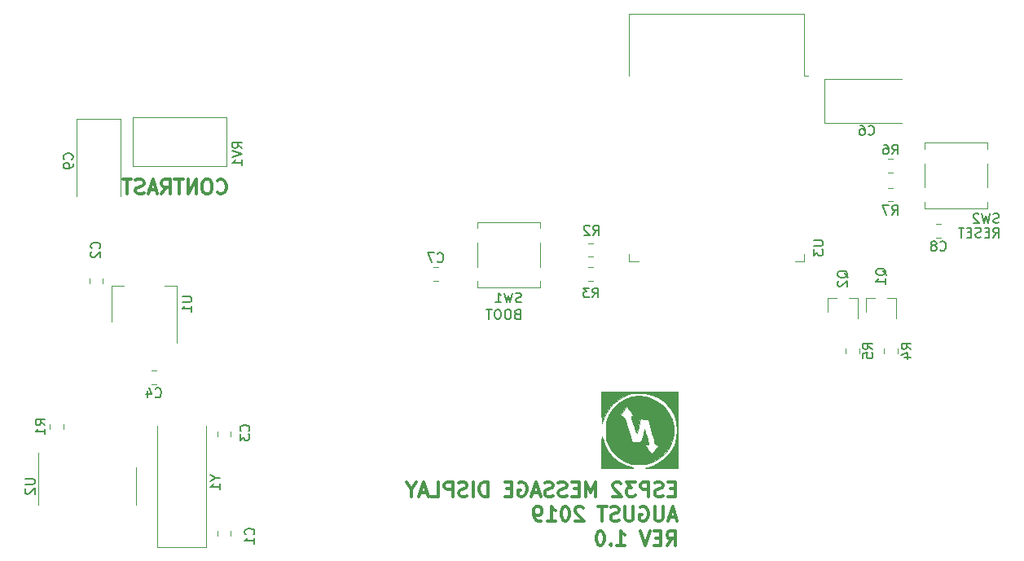
<source format=gbr>
G04 #@! TF.GenerationSoftware,KiCad,Pcbnew,5.1.2-f72e74a~84~ubuntu18.04.1*
G04 #@! TF.CreationDate,2019-08-20T01:18:15+05:30*
G04 #@! TF.ProjectId,ESP32_MESSAGE_DISPLAY,45535033-325f-44d4-9553-534147455f44,1.0*
G04 #@! TF.SameCoordinates,Original*
G04 #@! TF.FileFunction,Legend,Bot*
G04 #@! TF.FilePolarity,Positive*
%FSLAX46Y46*%
G04 Gerber Fmt 4.6, Leading zero omitted, Abs format (unit mm)*
G04 Created by KiCad (PCBNEW 5.1.2-f72e74a~84~ubuntu18.04.1) date 2019-08-20 01:18:15*
%MOMM*%
%LPD*%
G04 APERTURE LIST*
%ADD10C,0.300000*%
%ADD11C,0.150000*%
%ADD12C,0.010000*%
%ADD13C,0.120000*%
G04 APERTURE END LIST*
D10*
X112107142Y-66785714D02*
X112178571Y-66857142D01*
X112392857Y-66928571D01*
X112535714Y-66928571D01*
X112750000Y-66857142D01*
X112892857Y-66714285D01*
X112964285Y-66571428D01*
X113035714Y-66285714D01*
X113035714Y-66071428D01*
X112964285Y-65785714D01*
X112892857Y-65642857D01*
X112750000Y-65500000D01*
X112535714Y-65428571D01*
X112392857Y-65428571D01*
X112178571Y-65500000D01*
X112107142Y-65571428D01*
X111178571Y-65428571D02*
X110892857Y-65428571D01*
X110750000Y-65500000D01*
X110607142Y-65642857D01*
X110535714Y-65928571D01*
X110535714Y-66428571D01*
X110607142Y-66714285D01*
X110750000Y-66857142D01*
X110892857Y-66928571D01*
X111178571Y-66928571D01*
X111321428Y-66857142D01*
X111464285Y-66714285D01*
X111535714Y-66428571D01*
X111535714Y-65928571D01*
X111464285Y-65642857D01*
X111321428Y-65500000D01*
X111178571Y-65428571D01*
X109892857Y-66928571D02*
X109892857Y-65428571D01*
X109035714Y-66928571D01*
X109035714Y-65428571D01*
X108535714Y-65428571D02*
X107678571Y-65428571D01*
X108107142Y-66928571D02*
X108107142Y-65428571D01*
X106321428Y-66928571D02*
X106821428Y-66214285D01*
X107178571Y-66928571D02*
X107178571Y-65428571D01*
X106607142Y-65428571D01*
X106464285Y-65500000D01*
X106392857Y-65571428D01*
X106321428Y-65714285D01*
X106321428Y-65928571D01*
X106392857Y-66071428D01*
X106464285Y-66142857D01*
X106607142Y-66214285D01*
X107178571Y-66214285D01*
X105750000Y-66500000D02*
X105035714Y-66500000D01*
X105892857Y-66928571D02*
X105392857Y-65428571D01*
X104892857Y-66928571D01*
X104464285Y-66857142D02*
X104250000Y-66928571D01*
X103892857Y-66928571D01*
X103750000Y-66857142D01*
X103678571Y-66785714D01*
X103607142Y-66642857D01*
X103607142Y-66500000D01*
X103678571Y-66357142D01*
X103750000Y-66285714D01*
X103892857Y-66214285D01*
X104178571Y-66142857D01*
X104321428Y-66071428D01*
X104392857Y-66000000D01*
X104464285Y-65857142D01*
X104464285Y-65714285D01*
X104392857Y-65571428D01*
X104321428Y-65500000D01*
X104178571Y-65428571D01*
X103821428Y-65428571D01*
X103607142Y-65500000D01*
X103178571Y-65428571D02*
X102321428Y-65428571D01*
X102750000Y-66928571D02*
X102750000Y-65428571D01*
D11*
X143257142Y-79428571D02*
X143114285Y-79476190D01*
X143066666Y-79523809D01*
X143019047Y-79619047D01*
X143019047Y-79761904D01*
X143066666Y-79857142D01*
X143114285Y-79904761D01*
X143209523Y-79952380D01*
X143590476Y-79952380D01*
X143590476Y-78952380D01*
X143257142Y-78952380D01*
X143161904Y-79000000D01*
X143114285Y-79047619D01*
X143066666Y-79142857D01*
X143066666Y-79238095D01*
X143114285Y-79333333D01*
X143161904Y-79380952D01*
X143257142Y-79428571D01*
X143590476Y-79428571D01*
X142400000Y-78952380D02*
X142209523Y-78952380D01*
X142114285Y-79000000D01*
X142019047Y-79095238D01*
X141971428Y-79285714D01*
X141971428Y-79619047D01*
X142019047Y-79809523D01*
X142114285Y-79904761D01*
X142209523Y-79952380D01*
X142400000Y-79952380D01*
X142495238Y-79904761D01*
X142590476Y-79809523D01*
X142638095Y-79619047D01*
X142638095Y-79285714D01*
X142590476Y-79095238D01*
X142495238Y-79000000D01*
X142400000Y-78952380D01*
X141352380Y-78952380D02*
X141161904Y-78952380D01*
X141066666Y-79000000D01*
X140971428Y-79095238D01*
X140923809Y-79285714D01*
X140923809Y-79619047D01*
X140971428Y-79809523D01*
X141066666Y-79904761D01*
X141161904Y-79952380D01*
X141352380Y-79952380D01*
X141447619Y-79904761D01*
X141542857Y-79809523D01*
X141590476Y-79619047D01*
X141590476Y-79285714D01*
X141542857Y-79095238D01*
X141447619Y-79000000D01*
X141352380Y-78952380D01*
X140638095Y-78952380D02*
X140066666Y-78952380D01*
X140352380Y-79952380D02*
X140352380Y-78952380D01*
X192752380Y-71452380D02*
X193085714Y-70976190D01*
X193323809Y-71452380D02*
X193323809Y-70452380D01*
X192942857Y-70452380D01*
X192847619Y-70500000D01*
X192800000Y-70547619D01*
X192752380Y-70642857D01*
X192752380Y-70785714D01*
X192800000Y-70880952D01*
X192847619Y-70928571D01*
X192942857Y-70976190D01*
X193323809Y-70976190D01*
X192323809Y-70928571D02*
X191990476Y-70928571D01*
X191847619Y-71452380D02*
X192323809Y-71452380D01*
X192323809Y-70452380D01*
X191847619Y-70452380D01*
X191466666Y-71404761D02*
X191323809Y-71452380D01*
X191085714Y-71452380D01*
X190990476Y-71404761D01*
X190942857Y-71357142D01*
X190895238Y-71261904D01*
X190895238Y-71166666D01*
X190942857Y-71071428D01*
X190990476Y-71023809D01*
X191085714Y-70976190D01*
X191276190Y-70928571D01*
X191371428Y-70880952D01*
X191419047Y-70833333D01*
X191466666Y-70738095D01*
X191466666Y-70642857D01*
X191419047Y-70547619D01*
X191371428Y-70500000D01*
X191276190Y-70452380D01*
X191038095Y-70452380D01*
X190895238Y-70500000D01*
X190466666Y-70928571D02*
X190133333Y-70928571D01*
X189990476Y-71452380D02*
X190466666Y-71452380D01*
X190466666Y-70452380D01*
X189990476Y-70452380D01*
X189704761Y-70452380D02*
X189133333Y-70452380D01*
X189419047Y-71452380D02*
X189419047Y-70452380D01*
D10*
X159697857Y-97592857D02*
X159197857Y-97592857D01*
X158983571Y-98378571D02*
X159697857Y-98378571D01*
X159697857Y-96878571D01*
X158983571Y-96878571D01*
X158412142Y-98307142D02*
X158197857Y-98378571D01*
X157840714Y-98378571D01*
X157697857Y-98307142D01*
X157626428Y-98235714D01*
X157555000Y-98092857D01*
X157555000Y-97950000D01*
X157626428Y-97807142D01*
X157697857Y-97735714D01*
X157840714Y-97664285D01*
X158126428Y-97592857D01*
X158269285Y-97521428D01*
X158340714Y-97450000D01*
X158412142Y-97307142D01*
X158412142Y-97164285D01*
X158340714Y-97021428D01*
X158269285Y-96950000D01*
X158126428Y-96878571D01*
X157769285Y-96878571D01*
X157555000Y-96950000D01*
X156912142Y-98378571D02*
X156912142Y-96878571D01*
X156340714Y-96878571D01*
X156197857Y-96950000D01*
X156126428Y-97021428D01*
X156055000Y-97164285D01*
X156055000Y-97378571D01*
X156126428Y-97521428D01*
X156197857Y-97592857D01*
X156340714Y-97664285D01*
X156912142Y-97664285D01*
X155555000Y-96878571D02*
X154626428Y-96878571D01*
X155126428Y-97450000D01*
X154912142Y-97450000D01*
X154769285Y-97521428D01*
X154697857Y-97592857D01*
X154626428Y-97735714D01*
X154626428Y-98092857D01*
X154697857Y-98235714D01*
X154769285Y-98307142D01*
X154912142Y-98378571D01*
X155340714Y-98378571D01*
X155483571Y-98307142D01*
X155555000Y-98235714D01*
X154055000Y-97021428D02*
X153983571Y-96950000D01*
X153840714Y-96878571D01*
X153483571Y-96878571D01*
X153340714Y-96950000D01*
X153269285Y-97021428D01*
X153197857Y-97164285D01*
X153197857Y-97307142D01*
X153269285Y-97521428D01*
X154126428Y-98378571D01*
X153197857Y-98378571D01*
X151412142Y-98378571D02*
X151412142Y-96878571D01*
X150912142Y-97950000D01*
X150412142Y-96878571D01*
X150412142Y-98378571D01*
X149697857Y-97592857D02*
X149197857Y-97592857D01*
X148983571Y-98378571D02*
X149697857Y-98378571D01*
X149697857Y-96878571D01*
X148983571Y-96878571D01*
X148412142Y-98307142D02*
X148197857Y-98378571D01*
X147840714Y-98378571D01*
X147697857Y-98307142D01*
X147626428Y-98235714D01*
X147555000Y-98092857D01*
X147555000Y-97950000D01*
X147626428Y-97807142D01*
X147697857Y-97735714D01*
X147840714Y-97664285D01*
X148126428Y-97592857D01*
X148269285Y-97521428D01*
X148340714Y-97450000D01*
X148412142Y-97307142D01*
X148412142Y-97164285D01*
X148340714Y-97021428D01*
X148269285Y-96950000D01*
X148126428Y-96878571D01*
X147769285Y-96878571D01*
X147555000Y-96950000D01*
X146983571Y-98307142D02*
X146769285Y-98378571D01*
X146412142Y-98378571D01*
X146269285Y-98307142D01*
X146197857Y-98235714D01*
X146126428Y-98092857D01*
X146126428Y-97950000D01*
X146197857Y-97807142D01*
X146269285Y-97735714D01*
X146412142Y-97664285D01*
X146697857Y-97592857D01*
X146840714Y-97521428D01*
X146912142Y-97450000D01*
X146983571Y-97307142D01*
X146983571Y-97164285D01*
X146912142Y-97021428D01*
X146840714Y-96950000D01*
X146697857Y-96878571D01*
X146340714Y-96878571D01*
X146126428Y-96950000D01*
X145555000Y-97950000D02*
X144840714Y-97950000D01*
X145697857Y-98378571D02*
X145197857Y-96878571D01*
X144697857Y-98378571D01*
X143412142Y-96950000D02*
X143555000Y-96878571D01*
X143769285Y-96878571D01*
X143983571Y-96950000D01*
X144126428Y-97092857D01*
X144197857Y-97235714D01*
X144269285Y-97521428D01*
X144269285Y-97735714D01*
X144197857Y-98021428D01*
X144126428Y-98164285D01*
X143983571Y-98307142D01*
X143769285Y-98378571D01*
X143626428Y-98378571D01*
X143412142Y-98307142D01*
X143340714Y-98235714D01*
X143340714Y-97735714D01*
X143626428Y-97735714D01*
X142697857Y-97592857D02*
X142197857Y-97592857D01*
X141983571Y-98378571D02*
X142697857Y-98378571D01*
X142697857Y-96878571D01*
X141983571Y-96878571D01*
X140197857Y-98378571D02*
X140197857Y-96878571D01*
X139840714Y-96878571D01*
X139626428Y-96950000D01*
X139483571Y-97092857D01*
X139412142Y-97235714D01*
X139340714Y-97521428D01*
X139340714Y-97735714D01*
X139412142Y-98021428D01*
X139483571Y-98164285D01*
X139626428Y-98307142D01*
X139840714Y-98378571D01*
X140197857Y-98378571D01*
X138697857Y-98378571D02*
X138697857Y-96878571D01*
X138055000Y-98307142D02*
X137840714Y-98378571D01*
X137483571Y-98378571D01*
X137340714Y-98307142D01*
X137269285Y-98235714D01*
X137197857Y-98092857D01*
X137197857Y-97950000D01*
X137269285Y-97807142D01*
X137340714Y-97735714D01*
X137483571Y-97664285D01*
X137769285Y-97592857D01*
X137912142Y-97521428D01*
X137983571Y-97450000D01*
X138055000Y-97307142D01*
X138055000Y-97164285D01*
X137983571Y-97021428D01*
X137912142Y-96950000D01*
X137769285Y-96878571D01*
X137412142Y-96878571D01*
X137197857Y-96950000D01*
X136555000Y-98378571D02*
X136555000Y-96878571D01*
X135983571Y-96878571D01*
X135840714Y-96950000D01*
X135769285Y-97021428D01*
X135697857Y-97164285D01*
X135697857Y-97378571D01*
X135769285Y-97521428D01*
X135840714Y-97592857D01*
X135983571Y-97664285D01*
X136555000Y-97664285D01*
X134340714Y-98378571D02*
X135055000Y-98378571D01*
X135055000Y-96878571D01*
X133912142Y-97950000D02*
X133197857Y-97950000D01*
X134055000Y-98378571D02*
X133555000Y-96878571D01*
X133055000Y-98378571D01*
X132269285Y-97664285D02*
X132269285Y-98378571D01*
X132769285Y-96878571D02*
X132269285Y-97664285D01*
X131769285Y-96878571D01*
X159769285Y-100500000D02*
X159055000Y-100500000D01*
X159912142Y-100928571D02*
X159412142Y-99428571D01*
X158912142Y-100928571D01*
X158412142Y-99428571D02*
X158412142Y-100642857D01*
X158340714Y-100785714D01*
X158269285Y-100857142D01*
X158126428Y-100928571D01*
X157840714Y-100928571D01*
X157697857Y-100857142D01*
X157626428Y-100785714D01*
X157555000Y-100642857D01*
X157555000Y-99428571D01*
X156055000Y-99500000D02*
X156197857Y-99428571D01*
X156412142Y-99428571D01*
X156626428Y-99500000D01*
X156769285Y-99642857D01*
X156840714Y-99785714D01*
X156912142Y-100071428D01*
X156912142Y-100285714D01*
X156840714Y-100571428D01*
X156769285Y-100714285D01*
X156626428Y-100857142D01*
X156412142Y-100928571D01*
X156269285Y-100928571D01*
X156055000Y-100857142D01*
X155983571Y-100785714D01*
X155983571Y-100285714D01*
X156269285Y-100285714D01*
X155340714Y-99428571D02*
X155340714Y-100642857D01*
X155269285Y-100785714D01*
X155197857Y-100857142D01*
X155055000Y-100928571D01*
X154769285Y-100928571D01*
X154626428Y-100857142D01*
X154555000Y-100785714D01*
X154483571Y-100642857D01*
X154483571Y-99428571D01*
X153840714Y-100857142D02*
X153626428Y-100928571D01*
X153269285Y-100928571D01*
X153126428Y-100857142D01*
X153055000Y-100785714D01*
X152983571Y-100642857D01*
X152983571Y-100500000D01*
X153055000Y-100357142D01*
X153126428Y-100285714D01*
X153269285Y-100214285D01*
X153555000Y-100142857D01*
X153697857Y-100071428D01*
X153769285Y-100000000D01*
X153840714Y-99857142D01*
X153840714Y-99714285D01*
X153769285Y-99571428D01*
X153697857Y-99500000D01*
X153555000Y-99428571D01*
X153197857Y-99428571D01*
X152983571Y-99500000D01*
X152555000Y-99428571D02*
X151697857Y-99428571D01*
X152126428Y-100928571D02*
X152126428Y-99428571D01*
X150126428Y-99571428D02*
X150055000Y-99500000D01*
X149912142Y-99428571D01*
X149555000Y-99428571D01*
X149412142Y-99500000D01*
X149340714Y-99571428D01*
X149269285Y-99714285D01*
X149269285Y-99857142D01*
X149340714Y-100071428D01*
X150197857Y-100928571D01*
X149269285Y-100928571D01*
X148340714Y-99428571D02*
X148197857Y-99428571D01*
X148055000Y-99500000D01*
X147983571Y-99571428D01*
X147912142Y-99714285D01*
X147840714Y-100000000D01*
X147840714Y-100357142D01*
X147912142Y-100642857D01*
X147983571Y-100785714D01*
X148055000Y-100857142D01*
X148197857Y-100928571D01*
X148340714Y-100928571D01*
X148483571Y-100857142D01*
X148555000Y-100785714D01*
X148626428Y-100642857D01*
X148697857Y-100357142D01*
X148697857Y-100000000D01*
X148626428Y-99714285D01*
X148555000Y-99571428D01*
X148483571Y-99500000D01*
X148340714Y-99428571D01*
X146412142Y-100928571D02*
X147269285Y-100928571D01*
X146840714Y-100928571D02*
X146840714Y-99428571D01*
X146983571Y-99642857D01*
X147126428Y-99785714D01*
X147269285Y-99857142D01*
X145697857Y-100928571D02*
X145412142Y-100928571D01*
X145269285Y-100857142D01*
X145197857Y-100785714D01*
X145055000Y-100571428D01*
X144983571Y-100285714D01*
X144983571Y-99714285D01*
X145055000Y-99571428D01*
X145126428Y-99500000D01*
X145269285Y-99428571D01*
X145555000Y-99428571D01*
X145697857Y-99500000D01*
X145769285Y-99571428D01*
X145840714Y-99714285D01*
X145840714Y-100071428D01*
X145769285Y-100214285D01*
X145697857Y-100285714D01*
X145555000Y-100357142D01*
X145269285Y-100357142D01*
X145126428Y-100285714D01*
X145055000Y-100214285D01*
X144983571Y-100071428D01*
X158840714Y-103478571D02*
X159340714Y-102764285D01*
X159697857Y-103478571D02*
X159697857Y-101978571D01*
X159126428Y-101978571D01*
X158983571Y-102050000D01*
X158912142Y-102121428D01*
X158840714Y-102264285D01*
X158840714Y-102478571D01*
X158912142Y-102621428D01*
X158983571Y-102692857D01*
X159126428Y-102764285D01*
X159697857Y-102764285D01*
X158197857Y-102692857D02*
X157697857Y-102692857D01*
X157483571Y-103478571D02*
X158197857Y-103478571D01*
X158197857Y-101978571D01*
X157483571Y-101978571D01*
X157055000Y-101978571D02*
X156555000Y-103478571D01*
X156055000Y-101978571D01*
X153626428Y-103478571D02*
X154483571Y-103478571D01*
X154055000Y-103478571D02*
X154055000Y-101978571D01*
X154197857Y-102192857D01*
X154340714Y-102335714D01*
X154483571Y-102407142D01*
X152983571Y-103335714D02*
X152912142Y-103407142D01*
X152983571Y-103478571D01*
X153055000Y-103407142D01*
X152983571Y-103335714D01*
X152983571Y-103478571D01*
X151983571Y-101978571D02*
X151840714Y-101978571D01*
X151697857Y-102050000D01*
X151626428Y-102121428D01*
X151555000Y-102264285D01*
X151483571Y-102550000D01*
X151483571Y-102907142D01*
X151555000Y-103192857D01*
X151626428Y-103335714D01*
X151697857Y-103407142D01*
X151840714Y-103478571D01*
X151983571Y-103478571D01*
X152126428Y-103407142D01*
X152197857Y-103335714D01*
X152269285Y-103192857D01*
X152340714Y-102907142D01*
X152340714Y-102550000D01*
X152269285Y-102264285D01*
X152197857Y-102121428D01*
X152126428Y-102050000D01*
X151983571Y-101978571D01*
D12*
G36*
X153819833Y-95470057D02*
G01*
X154437661Y-95464026D01*
X154895912Y-95453206D01*
X155192203Y-95437724D01*
X155324151Y-95417709D01*
X155289375Y-95393289D01*
X155280333Y-95391356D01*
X154497430Y-95150558D01*
X153794897Y-94773779D01*
X153188799Y-94276555D01*
X152695203Y-93674422D01*
X152330175Y-92982917D01*
X152136043Y-92350788D01*
X152102770Y-92210639D01*
X152077433Y-92149367D01*
X152058849Y-92181506D01*
X152045835Y-92321591D01*
X152037206Y-92584157D01*
X152031778Y-92983739D01*
X152028368Y-93534871D01*
X152027762Y-93680167D01*
X152020667Y-95479333D01*
X153819833Y-95470057D01*
X153819833Y-95470057D01*
G37*
X153819833Y-95470057D02*
X154437661Y-95464026D01*
X154895912Y-95453206D01*
X155192203Y-95437724D01*
X155324151Y-95417709D01*
X155289375Y-95393289D01*
X155280333Y-95391356D01*
X154497430Y-95150558D01*
X153794897Y-94773779D01*
X153188799Y-94276555D01*
X152695203Y-93674422D01*
X152330175Y-92982917D01*
X152136043Y-92350788D01*
X152102770Y-92210639D01*
X152077433Y-92149367D01*
X152058849Y-92181506D01*
X152045835Y-92321591D01*
X152037206Y-92584157D01*
X152031778Y-92983739D01*
X152028368Y-93534871D01*
X152027762Y-93680167D01*
X152020667Y-95479333D01*
X153819833Y-95470057D01*
G36*
X156380336Y-95010253D02*
G01*
X156684208Y-94993961D01*
X156919776Y-94955717D01*
X157137535Y-94886448D01*
X157387976Y-94777080D01*
X157458242Y-94744005D01*
X158122376Y-94342577D01*
X158669794Y-93833690D01*
X159092185Y-93237600D01*
X159381241Y-92574561D01*
X159528652Y-91864828D01*
X159526109Y-91128655D01*
X159365303Y-90386296D01*
X159310077Y-90230000D01*
X158976293Y-89576785D01*
X158516806Y-89016066D01*
X157955055Y-88560152D01*
X157314481Y-88221352D01*
X156618523Y-88011974D01*
X155890622Y-87944328D01*
X155154218Y-88030721D01*
X155131821Y-88035920D01*
X154509484Y-88262377D01*
X153912740Y-88628444D01*
X153377699Y-89104722D01*
X152940468Y-89661814D01*
X152771935Y-89957246D01*
X152748835Y-90004860D01*
X153968000Y-90004860D01*
X154015418Y-89913928D01*
X154139719Y-89729241D01*
X154313576Y-89491342D01*
X154659151Y-89033631D01*
X155028568Y-89525982D01*
X155214439Y-89782138D01*
X155304144Y-89935379D01*
X155309124Y-90013535D01*
X155241657Y-90044297D01*
X155169146Y-90066705D01*
X155138427Y-90125113D01*
X155152064Y-90252412D01*
X155212619Y-90481495D01*
X155297734Y-90763964D01*
X155447593Y-91250067D01*
X155557592Y-91581166D01*
X155638126Y-91763962D01*
X155699589Y-91805155D01*
X155752375Y-91711446D01*
X155806880Y-91489534D01*
X155873497Y-91146120D01*
X155875356Y-91136306D01*
X156032509Y-90306945D01*
X156454263Y-90331973D01*
X156876018Y-90357000D01*
X157157850Y-91373000D01*
X157275304Y-91796502D01*
X157384368Y-92189889D01*
X157472571Y-92508180D01*
X157525970Y-92701050D01*
X157614799Y-92922177D01*
X157745231Y-93021640D01*
X157831492Y-93039716D01*
X158050726Y-93066333D01*
X157291784Y-94041545D01*
X156942225Y-93588452D01*
X156736316Y-93315170D01*
X156629458Y-93147573D01*
X156613535Y-93060240D01*
X156680431Y-93027751D01*
X156762000Y-93024000D01*
X156868481Y-93016448D01*
X156915993Y-92969948D01*
X156907073Y-92848739D01*
X156844258Y-92617056D01*
X156801038Y-92473667D01*
X156703243Y-92146033D01*
X156608105Y-91819016D01*
X156577649Y-91711667D01*
X156482723Y-91373000D01*
X156372264Y-91952289D01*
X156302759Y-92261601D01*
X156227242Y-92513033D01*
X156162869Y-92650789D01*
X156007148Y-92730551D01*
X155732981Y-92768404D01*
X155654602Y-92770000D01*
X155245271Y-92770000D01*
X154814667Y-91415333D01*
X154654894Y-90917489D01*
X154534016Y-90558892D01*
X154441349Y-90316881D01*
X154366207Y-90168790D01*
X154297906Y-90091956D01*
X154225761Y-90063715D01*
X154176031Y-90060667D01*
X154018532Y-90041219D01*
X153968000Y-90004860D01*
X152748835Y-90004860D01*
X152648271Y-90212133D01*
X152566663Y-90420023D01*
X152518392Y-90628070D01*
X152494738Y-90883429D01*
X152486983Y-91233252D01*
X152486333Y-91501780D01*
X152489084Y-91931448D01*
X152502911Y-92238865D01*
X152536174Y-92471093D01*
X152597233Y-92675195D01*
X152694449Y-92898230D01*
X152757447Y-93027937D01*
X153142449Y-93636352D01*
X153651959Y-94180385D01*
X154242450Y-94616583D01*
X154476000Y-94743547D01*
X154732026Y-94863731D01*
X154945313Y-94941791D01*
X155165378Y-94986753D01*
X155441737Y-95007645D01*
X155823909Y-95013495D01*
X155957667Y-95013667D01*
X156380336Y-95010253D01*
X156380336Y-95010253D01*
G37*
X156380336Y-95010253D02*
X156684208Y-94993961D01*
X156919776Y-94955717D01*
X157137535Y-94886448D01*
X157387976Y-94777080D01*
X157458242Y-94744005D01*
X158122376Y-94342577D01*
X158669794Y-93833690D01*
X159092185Y-93237600D01*
X159381241Y-92574561D01*
X159528652Y-91864828D01*
X159526109Y-91128655D01*
X159365303Y-90386296D01*
X159310077Y-90230000D01*
X158976293Y-89576785D01*
X158516806Y-89016066D01*
X157955055Y-88560152D01*
X157314481Y-88221352D01*
X156618523Y-88011974D01*
X155890622Y-87944328D01*
X155154218Y-88030721D01*
X155131821Y-88035920D01*
X154509484Y-88262377D01*
X153912740Y-88628444D01*
X153377699Y-89104722D01*
X152940468Y-89661814D01*
X152771935Y-89957246D01*
X152748835Y-90004860D01*
X153968000Y-90004860D01*
X154015418Y-89913928D01*
X154139719Y-89729241D01*
X154313576Y-89491342D01*
X154659151Y-89033631D01*
X155028568Y-89525982D01*
X155214439Y-89782138D01*
X155304144Y-89935379D01*
X155309124Y-90013535D01*
X155241657Y-90044297D01*
X155169146Y-90066705D01*
X155138427Y-90125113D01*
X155152064Y-90252412D01*
X155212619Y-90481495D01*
X155297734Y-90763964D01*
X155447593Y-91250067D01*
X155557592Y-91581166D01*
X155638126Y-91763962D01*
X155699589Y-91805155D01*
X155752375Y-91711446D01*
X155806880Y-91489534D01*
X155873497Y-91146120D01*
X155875356Y-91136306D01*
X156032509Y-90306945D01*
X156454263Y-90331973D01*
X156876018Y-90357000D01*
X157157850Y-91373000D01*
X157275304Y-91796502D01*
X157384368Y-92189889D01*
X157472571Y-92508180D01*
X157525970Y-92701050D01*
X157614799Y-92922177D01*
X157745231Y-93021640D01*
X157831492Y-93039716D01*
X158050726Y-93066333D01*
X157291784Y-94041545D01*
X156942225Y-93588452D01*
X156736316Y-93315170D01*
X156629458Y-93147573D01*
X156613535Y-93060240D01*
X156680431Y-93027751D01*
X156762000Y-93024000D01*
X156868481Y-93016448D01*
X156915993Y-92969948D01*
X156907073Y-92848739D01*
X156844258Y-92617056D01*
X156801038Y-92473667D01*
X156703243Y-92146033D01*
X156608105Y-91819016D01*
X156577649Y-91711667D01*
X156482723Y-91373000D01*
X156372264Y-91952289D01*
X156302759Y-92261601D01*
X156227242Y-92513033D01*
X156162869Y-92650789D01*
X156007148Y-92730551D01*
X155732981Y-92768404D01*
X155654602Y-92770000D01*
X155245271Y-92770000D01*
X154814667Y-91415333D01*
X154654894Y-90917489D01*
X154534016Y-90558892D01*
X154441349Y-90316881D01*
X154366207Y-90168790D01*
X154297906Y-90091956D01*
X154225761Y-90063715D01*
X154176031Y-90060667D01*
X154018532Y-90041219D01*
X153968000Y-90004860D01*
X152748835Y-90004860D01*
X152648271Y-90212133D01*
X152566663Y-90420023D01*
X152518392Y-90628070D01*
X152494738Y-90883429D01*
X152486983Y-91233252D01*
X152486333Y-91501780D01*
X152489084Y-91931448D01*
X152502911Y-92238865D01*
X152536174Y-92471093D01*
X152597233Y-92675195D01*
X152694449Y-92898230D01*
X152757447Y-93027937D01*
X153142449Y-93636352D01*
X153651959Y-94180385D01*
X154242450Y-94616583D01*
X154476000Y-94743547D01*
X154732026Y-94863731D01*
X154945313Y-94941791D01*
X155165378Y-94986753D01*
X155441737Y-95007645D01*
X155823909Y-95013495D01*
X155957667Y-95013667D01*
X156380336Y-95010253D01*
G36*
X159979333Y-87520667D02*
G01*
X152020667Y-87520667D01*
X152029943Y-89319833D01*
X152035414Y-89931744D01*
X152044865Y-90379889D01*
X152058616Y-90669798D01*
X152076985Y-90806999D01*
X152100291Y-90797022D01*
X152112242Y-90747172D01*
X152329378Y-90056352D01*
X152691059Y-89396120D01*
X153172500Y-88798117D01*
X153748916Y-88293985D01*
X154292038Y-87964390D01*
X154612140Y-87813993D01*
X154874605Y-87718447D01*
X155142169Y-87662877D01*
X155477566Y-87632409D01*
X155746064Y-87619643D01*
X156552189Y-87642363D01*
X157259968Y-87786751D01*
X157898453Y-88062923D01*
X158496696Y-88480996D01*
X158678157Y-88640657D01*
X159200094Y-89233580D01*
X159580567Y-89914389D01*
X159813957Y-90669881D01*
X159894647Y-91486852D01*
X159894667Y-91500000D01*
X159815139Y-92306043D01*
X159585507Y-93056359D01*
X159219196Y-93734162D01*
X158729633Y-94322664D01*
X158130243Y-94805077D01*
X157434453Y-95164617D01*
X156812647Y-95353542D01*
X156653038Y-95390136D01*
X156564870Y-95417927D01*
X156562770Y-95438226D01*
X156661369Y-95452350D01*
X156875294Y-95461613D01*
X157219175Y-95467328D01*
X157707641Y-95470810D01*
X158137833Y-95472603D01*
X159979333Y-95479333D01*
X159979333Y-87520667D01*
X159979333Y-87520667D01*
G37*
X159979333Y-87520667D02*
X152020667Y-87520667D01*
X152029943Y-89319833D01*
X152035414Y-89931744D01*
X152044865Y-90379889D01*
X152058616Y-90669798D01*
X152076985Y-90806999D01*
X152100291Y-90797022D01*
X152112242Y-90747172D01*
X152329378Y-90056352D01*
X152691059Y-89396120D01*
X153172500Y-88798117D01*
X153748916Y-88293985D01*
X154292038Y-87964390D01*
X154612140Y-87813993D01*
X154874605Y-87718447D01*
X155142169Y-87662877D01*
X155477566Y-87632409D01*
X155746064Y-87619643D01*
X156552189Y-87642363D01*
X157259968Y-87786751D01*
X157898453Y-88062923D01*
X158496696Y-88480996D01*
X158678157Y-88640657D01*
X159200094Y-89233580D01*
X159580567Y-89914389D01*
X159813957Y-90669881D01*
X159894647Y-91486852D01*
X159894667Y-91500000D01*
X159815139Y-92306043D01*
X159585507Y-93056359D01*
X159219196Y-93734162D01*
X158729633Y-94322664D01*
X158130243Y-94805077D01*
X157434453Y-95164617D01*
X156812647Y-95353542D01*
X156653038Y-95390136D01*
X156564870Y-95417927D01*
X156562770Y-95438226D01*
X156661369Y-95452350D01*
X156875294Y-95461613D01*
X157219175Y-95467328D01*
X157707641Y-95470810D01*
X158137833Y-95472603D01*
X159979333Y-95479333D01*
X159979333Y-87520667D01*
D13*
X113510000Y-101941422D02*
X113510000Y-102458578D01*
X112090000Y-101941422D02*
X112090000Y-102458578D01*
X100210000Y-76196078D02*
X100210000Y-75678922D01*
X98790000Y-76196078D02*
X98790000Y-75678922D01*
X113510000Y-92121078D02*
X113510000Y-91603922D01*
X112090000Y-92121078D02*
X112090000Y-91603922D01*
X105241422Y-85290000D02*
X105758578Y-85290000D01*
X105241422Y-86710000D02*
X105758578Y-86710000D01*
X175202500Y-54990000D02*
X183262500Y-54990000D01*
X175202500Y-59510000D02*
X175202500Y-54990000D01*
X183262500Y-59510000D02*
X175202500Y-59510000D01*
X135071078Y-75960000D02*
X134553922Y-75960000D01*
X135071078Y-74540000D02*
X134553922Y-74540000D01*
X186803922Y-71460000D02*
X187321078Y-71460000D01*
X186803922Y-70040000D02*
X187321078Y-70040000D01*
X97490000Y-67150000D02*
X97490000Y-59090000D01*
X97490000Y-59090000D02*
X102010000Y-59090000D01*
X102010000Y-59090000D02*
X102010000Y-67150000D01*
X179520000Y-77740000D02*
X180450000Y-77740000D01*
X182680000Y-77740000D02*
X181750000Y-77740000D01*
X182680000Y-77740000D02*
X182680000Y-79900000D01*
X179520000Y-77740000D02*
X179520000Y-79200000D01*
X175520000Y-77740000D02*
X175520000Y-79200000D01*
X178680000Y-77740000D02*
X178680000Y-79900000D01*
X178680000Y-77740000D02*
X177750000Y-77740000D01*
X175520000Y-77740000D02*
X176450000Y-77740000D01*
X96110000Y-90878922D02*
X96110000Y-91396078D01*
X94690000Y-90878922D02*
X94690000Y-91396078D01*
X150678922Y-72040000D02*
X151196078Y-72040000D01*
X150678922Y-73460000D02*
X151196078Y-73460000D01*
X151196078Y-75960000D02*
X150678922Y-75960000D01*
X151196078Y-74540000D02*
X150678922Y-74540000D01*
X181390000Y-83508578D02*
X181390000Y-82991422D01*
X182810000Y-83508578D02*
X182810000Y-82991422D01*
X178810000Y-83508578D02*
X178810000Y-82991422D01*
X177390000Y-83508578D02*
X177390000Y-82991422D01*
X182321078Y-63290000D02*
X181803922Y-63290000D01*
X182321078Y-64710000D02*
X181803922Y-64710000D01*
X181803922Y-67710000D02*
X182321078Y-67710000D01*
X181803922Y-66290000D02*
X182321078Y-66290000D01*
X113095000Y-64015000D02*
X113095000Y-58945000D01*
X103325000Y-64015000D02*
X103325000Y-58945000D01*
X113095000Y-58945000D02*
X103325000Y-58945000D01*
X113095000Y-64015000D02*
X103325000Y-64015000D01*
X145620000Y-70500000D02*
X145620000Y-69850000D01*
X145620000Y-69850000D02*
X139120000Y-69850000D01*
X139120000Y-69850000D02*
X139120000Y-70500000D01*
X145620000Y-76000000D02*
X145620000Y-76650000D01*
X145620000Y-76650000D02*
X139120000Y-76650000D01*
X139120000Y-76650000D02*
X139120000Y-76000000D01*
X145620000Y-74500000D02*
X145620000Y-72000000D01*
X139120000Y-74500000D02*
X139120000Y-72000000D01*
X185620000Y-66250000D02*
X185620000Y-63750000D01*
X192120000Y-66250000D02*
X192120000Y-63750000D01*
X185620000Y-68400000D02*
X185620000Y-67750000D01*
X192120000Y-68400000D02*
X185620000Y-68400000D01*
X192120000Y-67750000D02*
X192120000Y-68400000D01*
X185620000Y-61600000D02*
X185620000Y-62250000D01*
X192120000Y-61600000D02*
X185620000Y-61600000D01*
X192120000Y-62250000D02*
X192120000Y-61600000D01*
X101090000Y-76440000D02*
X102350000Y-76440000D01*
X107910000Y-76440000D02*
X106650000Y-76440000D01*
X101090000Y-80200000D02*
X101090000Y-76440000D01*
X107910000Y-82450000D02*
X107910000Y-76440000D01*
X103635000Y-97325000D02*
X103635000Y-99275000D01*
X103635000Y-97325000D02*
X103635000Y-95375000D01*
X93515000Y-97325000D02*
X93515000Y-99275000D01*
X93515000Y-97325000D02*
X93515000Y-93875000D01*
X173120000Y-73185000D02*
X173120000Y-73965000D01*
X173120000Y-73965000D02*
X172120000Y-73965000D01*
X154880000Y-73185000D02*
X154880000Y-73965000D01*
X154880000Y-73965000D02*
X155880000Y-73965000D01*
X173120000Y-48220000D02*
X154880000Y-48220000D01*
X154880000Y-48220000D02*
X154880000Y-54640000D01*
X173120000Y-48220000D02*
X173120000Y-54640000D01*
X173120000Y-54640000D02*
X173500000Y-54640000D01*
X110950000Y-91050000D02*
X110950000Y-103650000D01*
X110950000Y-103650000D02*
X105850000Y-103650000D01*
X105850000Y-103650000D02*
X105850000Y-91050000D01*
D11*
X115857142Y-102333333D02*
X115904761Y-102285714D01*
X115952380Y-102142857D01*
X115952380Y-102047619D01*
X115904761Y-101904761D01*
X115809523Y-101809523D01*
X115714285Y-101761904D01*
X115523809Y-101714285D01*
X115380952Y-101714285D01*
X115190476Y-101761904D01*
X115095238Y-101809523D01*
X115000000Y-101904761D01*
X114952380Y-102047619D01*
X114952380Y-102142857D01*
X115000000Y-102285714D01*
X115047619Y-102333333D01*
X115952380Y-103285714D02*
X115952380Y-102714285D01*
X115952380Y-103000000D02*
X114952380Y-103000000D01*
X115095238Y-102904761D01*
X115190476Y-102809523D01*
X115238095Y-102714285D01*
X99857142Y-72583333D02*
X99904761Y-72535714D01*
X99952380Y-72392857D01*
X99952380Y-72297619D01*
X99904761Y-72154761D01*
X99809523Y-72059523D01*
X99714285Y-72011904D01*
X99523809Y-71964285D01*
X99380952Y-71964285D01*
X99190476Y-72011904D01*
X99095238Y-72059523D01*
X99000000Y-72154761D01*
X98952380Y-72297619D01*
X98952380Y-72392857D01*
X99000000Y-72535714D01*
X99047619Y-72583333D01*
X99047619Y-72964285D02*
X99000000Y-73011904D01*
X98952380Y-73107142D01*
X98952380Y-73345238D01*
X99000000Y-73440476D01*
X99047619Y-73488095D01*
X99142857Y-73535714D01*
X99238095Y-73535714D01*
X99380952Y-73488095D01*
X99952380Y-72916666D01*
X99952380Y-73535714D01*
X115357142Y-91583333D02*
X115404761Y-91535714D01*
X115452380Y-91392857D01*
X115452380Y-91297619D01*
X115404761Y-91154761D01*
X115309523Y-91059523D01*
X115214285Y-91011904D01*
X115023809Y-90964285D01*
X114880952Y-90964285D01*
X114690476Y-91011904D01*
X114595238Y-91059523D01*
X114500000Y-91154761D01*
X114452380Y-91297619D01*
X114452380Y-91392857D01*
X114500000Y-91535714D01*
X114547619Y-91583333D01*
X114452380Y-91916666D02*
X114452380Y-92535714D01*
X114833333Y-92202380D01*
X114833333Y-92345238D01*
X114880952Y-92440476D01*
X114928571Y-92488095D01*
X115023809Y-92535714D01*
X115261904Y-92535714D01*
X115357142Y-92488095D01*
X115404761Y-92440476D01*
X115452380Y-92345238D01*
X115452380Y-92059523D01*
X115404761Y-91964285D01*
X115357142Y-91916666D01*
X105666666Y-88007142D02*
X105714285Y-88054761D01*
X105857142Y-88102380D01*
X105952380Y-88102380D01*
X106095238Y-88054761D01*
X106190476Y-87959523D01*
X106238095Y-87864285D01*
X106285714Y-87673809D01*
X106285714Y-87530952D01*
X106238095Y-87340476D01*
X106190476Y-87245238D01*
X106095238Y-87150000D01*
X105952380Y-87102380D01*
X105857142Y-87102380D01*
X105714285Y-87150000D01*
X105666666Y-87197619D01*
X104809523Y-87435714D02*
X104809523Y-88102380D01*
X105047619Y-87054761D02*
X105285714Y-87769047D01*
X104666666Y-87769047D01*
X179779166Y-60707142D02*
X179826785Y-60754761D01*
X179969642Y-60802380D01*
X180064880Y-60802380D01*
X180207738Y-60754761D01*
X180302976Y-60659523D01*
X180350595Y-60564285D01*
X180398214Y-60373809D01*
X180398214Y-60230952D01*
X180350595Y-60040476D01*
X180302976Y-59945238D01*
X180207738Y-59850000D01*
X180064880Y-59802380D01*
X179969642Y-59802380D01*
X179826785Y-59850000D01*
X179779166Y-59897619D01*
X178922023Y-59802380D02*
X179112500Y-59802380D01*
X179207738Y-59850000D01*
X179255357Y-59897619D01*
X179350595Y-60040476D01*
X179398214Y-60230952D01*
X179398214Y-60611904D01*
X179350595Y-60707142D01*
X179302976Y-60754761D01*
X179207738Y-60802380D01*
X179017261Y-60802380D01*
X178922023Y-60754761D01*
X178874404Y-60707142D01*
X178826785Y-60611904D01*
X178826785Y-60373809D01*
X178874404Y-60278571D01*
X178922023Y-60230952D01*
X179017261Y-60183333D01*
X179207738Y-60183333D01*
X179302976Y-60230952D01*
X179350595Y-60278571D01*
X179398214Y-60373809D01*
X134979166Y-73957142D02*
X135026785Y-74004761D01*
X135169642Y-74052380D01*
X135264880Y-74052380D01*
X135407738Y-74004761D01*
X135502976Y-73909523D01*
X135550595Y-73814285D01*
X135598214Y-73623809D01*
X135598214Y-73480952D01*
X135550595Y-73290476D01*
X135502976Y-73195238D01*
X135407738Y-73100000D01*
X135264880Y-73052380D01*
X135169642Y-73052380D01*
X135026785Y-73100000D01*
X134979166Y-73147619D01*
X134645833Y-73052380D02*
X133979166Y-73052380D01*
X134407738Y-74052380D01*
X187229166Y-72757142D02*
X187276785Y-72804761D01*
X187419642Y-72852380D01*
X187514880Y-72852380D01*
X187657738Y-72804761D01*
X187752976Y-72709523D01*
X187800595Y-72614285D01*
X187848214Y-72423809D01*
X187848214Y-72280952D01*
X187800595Y-72090476D01*
X187752976Y-71995238D01*
X187657738Y-71900000D01*
X187514880Y-71852380D01*
X187419642Y-71852380D01*
X187276785Y-71900000D01*
X187229166Y-71947619D01*
X186657738Y-72280952D02*
X186752976Y-72233333D01*
X186800595Y-72185714D01*
X186848214Y-72090476D01*
X186848214Y-72042857D01*
X186800595Y-71947619D01*
X186752976Y-71900000D01*
X186657738Y-71852380D01*
X186467261Y-71852380D01*
X186372023Y-71900000D01*
X186324404Y-71947619D01*
X186276785Y-72042857D01*
X186276785Y-72090476D01*
X186324404Y-72185714D01*
X186372023Y-72233333D01*
X186467261Y-72280952D01*
X186657738Y-72280952D01*
X186752976Y-72328571D01*
X186800595Y-72376190D01*
X186848214Y-72471428D01*
X186848214Y-72661904D01*
X186800595Y-72757142D01*
X186752976Y-72804761D01*
X186657738Y-72852380D01*
X186467261Y-72852380D01*
X186372023Y-72804761D01*
X186324404Y-72757142D01*
X186276785Y-72661904D01*
X186276785Y-72471428D01*
X186324404Y-72376190D01*
X186372023Y-72328571D01*
X186467261Y-72280952D01*
X97007142Y-63333333D02*
X97054761Y-63285714D01*
X97102380Y-63142857D01*
X97102380Y-63047619D01*
X97054761Y-62904761D01*
X96959523Y-62809523D01*
X96864285Y-62761904D01*
X96673809Y-62714285D01*
X96530952Y-62714285D01*
X96340476Y-62761904D01*
X96245238Y-62809523D01*
X96150000Y-62904761D01*
X96102380Y-63047619D01*
X96102380Y-63142857D01*
X96150000Y-63285714D01*
X96197619Y-63333333D01*
X97102380Y-63809523D02*
X97102380Y-64000000D01*
X97054761Y-64095238D01*
X97007142Y-64142857D01*
X96864285Y-64238095D01*
X96673809Y-64285714D01*
X96292857Y-64285714D01*
X96197619Y-64238095D01*
X96150000Y-64190476D01*
X96102380Y-64095238D01*
X96102380Y-63904761D01*
X96150000Y-63809523D01*
X96197619Y-63761904D01*
X96292857Y-63714285D01*
X96530952Y-63714285D01*
X96626190Y-63761904D01*
X96673809Y-63809523D01*
X96721428Y-63904761D01*
X96721428Y-64095238D01*
X96673809Y-64190476D01*
X96626190Y-64238095D01*
X96530952Y-64285714D01*
X181647619Y-75404761D02*
X181600000Y-75309523D01*
X181504761Y-75214285D01*
X181361904Y-75071428D01*
X181314285Y-74976190D01*
X181314285Y-74880952D01*
X181552380Y-74928571D02*
X181504761Y-74833333D01*
X181409523Y-74738095D01*
X181219047Y-74690476D01*
X180885714Y-74690476D01*
X180695238Y-74738095D01*
X180600000Y-74833333D01*
X180552380Y-74928571D01*
X180552380Y-75119047D01*
X180600000Y-75214285D01*
X180695238Y-75309523D01*
X180885714Y-75357142D01*
X181219047Y-75357142D01*
X181409523Y-75309523D01*
X181504761Y-75214285D01*
X181552380Y-75119047D01*
X181552380Y-74928571D01*
X181552380Y-76309523D02*
X181552380Y-75738095D01*
X181552380Y-76023809D02*
X180552380Y-76023809D01*
X180695238Y-75928571D01*
X180790476Y-75833333D01*
X180838095Y-75738095D01*
X177647619Y-75654761D02*
X177600000Y-75559523D01*
X177504761Y-75464285D01*
X177361904Y-75321428D01*
X177314285Y-75226190D01*
X177314285Y-75130952D01*
X177552380Y-75178571D02*
X177504761Y-75083333D01*
X177409523Y-74988095D01*
X177219047Y-74940476D01*
X176885714Y-74940476D01*
X176695238Y-74988095D01*
X176600000Y-75083333D01*
X176552380Y-75178571D01*
X176552380Y-75369047D01*
X176600000Y-75464285D01*
X176695238Y-75559523D01*
X176885714Y-75607142D01*
X177219047Y-75607142D01*
X177409523Y-75559523D01*
X177504761Y-75464285D01*
X177552380Y-75369047D01*
X177552380Y-75178571D01*
X176647619Y-75988095D02*
X176600000Y-76035714D01*
X176552380Y-76130952D01*
X176552380Y-76369047D01*
X176600000Y-76464285D01*
X176647619Y-76511904D01*
X176742857Y-76559523D01*
X176838095Y-76559523D01*
X176980952Y-76511904D01*
X177552380Y-75940476D01*
X177552380Y-76559523D01*
X94202380Y-90970833D02*
X93726190Y-90637500D01*
X94202380Y-90399404D02*
X93202380Y-90399404D01*
X93202380Y-90780357D01*
X93250000Y-90875595D01*
X93297619Y-90923214D01*
X93392857Y-90970833D01*
X93535714Y-90970833D01*
X93630952Y-90923214D01*
X93678571Y-90875595D01*
X93726190Y-90780357D01*
X93726190Y-90399404D01*
X94202380Y-91923214D02*
X94202380Y-91351785D01*
X94202380Y-91637500D02*
X93202380Y-91637500D01*
X93345238Y-91542261D01*
X93440476Y-91447023D01*
X93488095Y-91351785D01*
X151166666Y-71202380D02*
X151500000Y-70726190D01*
X151738095Y-71202380D02*
X151738095Y-70202380D01*
X151357142Y-70202380D01*
X151261904Y-70250000D01*
X151214285Y-70297619D01*
X151166666Y-70392857D01*
X151166666Y-70535714D01*
X151214285Y-70630952D01*
X151261904Y-70678571D01*
X151357142Y-70726190D01*
X151738095Y-70726190D01*
X150785714Y-70297619D02*
X150738095Y-70250000D01*
X150642857Y-70202380D01*
X150404761Y-70202380D01*
X150309523Y-70250000D01*
X150261904Y-70297619D01*
X150214285Y-70392857D01*
X150214285Y-70488095D01*
X150261904Y-70630952D01*
X150833333Y-71202380D01*
X150214285Y-71202380D01*
X151104166Y-77702380D02*
X151437500Y-77226190D01*
X151675595Y-77702380D02*
X151675595Y-76702380D01*
X151294642Y-76702380D01*
X151199404Y-76750000D01*
X151151785Y-76797619D01*
X151104166Y-76892857D01*
X151104166Y-77035714D01*
X151151785Y-77130952D01*
X151199404Y-77178571D01*
X151294642Y-77226190D01*
X151675595Y-77226190D01*
X150770833Y-76702380D02*
X150151785Y-76702380D01*
X150485119Y-77083333D01*
X150342261Y-77083333D01*
X150247023Y-77130952D01*
X150199404Y-77178571D01*
X150151785Y-77273809D01*
X150151785Y-77511904D01*
X150199404Y-77607142D01*
X150247023Y-77654761D01*
X150342261Y-77702380D01*
X150627976Y-77702380D01*
X150723214Y-77654761D01*
X150770833Y-77607142D01*
X184202380Y-83083333D02*
X183726190Y-82750000D01*
X184202380Y-82511904D02*
X183202380Y-82511904D01*
X183202380Y-82892857D01*
X183250000Y-82988095D01*
X183297619Y-83035714D01*
X183392857Y-83083333D01*
X183535714Y-83083333D01*
X183630952Y-83035714D01*
X183678571Y-82988095D01*
X183726190Y-82892857D01*
X183726190Y-82511904D01*
X183535714Y-83940476D02*
X184202380Y-83940476D01*
X183154761Y-83702380D02*
X183869047Y-83464285D01*
X183869047Y-84083333D01*
X180202380Y-83083333D02*
X179726190Y-82750000D01*
X180202380Y-82511904D02*
X179202380Y-82511904D01*
X179202380Y-82892857D01*
X179250000Y-82988095D01*
X179297619Y-83035714D01*
X179392857Y-83083333D01*
X179535714Y-83083333D01*
X179630952Y-83035714D01*
X179678571Y-82988095D01*
X179726190Y-82892857D01*
X179726190Y-82511904D01*
X179202380Y-83988095D02*
X179202380Y-83511904D01*
X179678571Y-83464285D01*
X179630952Y-83511904D01*
X179583333Y-83607142D01*
X179583333Y-83845238D01*
X179630952Y-83940476D01*
X179678571Y-83988095D01*
X179773809Y-84035714D01*
X180011904Y-84035714D01*
X180107142Y-83988095D01*
X180154761Y-83940476D01*
X180202380Y-83845238D01*
X180202380Y-83607142D01*
X180154761Y-83511904D01*
X180107142Y-83464285D01*
X182229166Y-62802380D02*
X182562500Y-62326190D01*
X182800595Y-62802380D02*
X182800595Y-61802380D01*
X182419642Y-61802380D01*
X182324404Y-61850000D01*
X182276785Y-61897619D01*
X182229166Y-61992857D01*
X182229166Y-62135714D01*
X182276785Y-62230952D01*
X182324404Y-62278571D01*
X182419642Y-62326190D01*
X182800595Y-62326190D01*
X181372023Y-61802380D02*
X181562500Y-61802380D01*
X181657738Y-61850000D01*
X181705357Y-61897619D01*
X181800595Y-62040476D01*
X181848214Y-62230952D01*
X181848214Y-62611904D01*
X181800595Y-62707142D01*
X181752976Y-62754761D01*
X181657738Y-62802380D01*
X181467261Y-62802380D01*
X181372023Y-62754761D01*
X181324404Y-62707142D01*
X181276785Y-62611904D01*
X181276785Y-62373809D01*
X181324404Y-62278571D01*
X181372023Y-62230952D01*
X181467261Y-62183333D01*
X181657738Y-62183333D01*
X181752976Y-62230952D01*
X181800595Y-62278571D01*
X181848214Y-62373809D01*
X182229166Y-69102380D02*
X182562500Y-68626190D01*
X182800595Y-69102380D02*
X182800595Y-68102380D01*
X182419642Y-68102380D01*
X182324404Y-68150000D01*
X182276785Y-68197619D01*
X182229166Y-68292857D01*
X182229166Y-68435714D01*
X182276785Y-68530952D01*
X182324404Y-68578571D01*
X182419642Y-68626190D01*
X182800595Y-68626190D01*
X181895833Y-68102380D02*
X181229166Y-68102380D01*
X181657738Y-69102380D01*
X114677380Y-62154761D02*
X114201190Y-61821428D01*
X114677380Y-61583333D02*
X113677380Y-61583333D01*
X113677380Y-61964285D01*
X113725000Y-62059523D01*
X113772619Y-62107142D01*
X113867857Y-62154761D01*
X114010714Y-62154761D01*
X114105952Y-62107142D01*
X114153571Y-62059523D01*
X114201190Y-61964285D01*
X114201190Y-61583333D01*
X113677380Y-62440476D02*
X114677380Y-62773809D01*
X113677380Y-63107142D01*
X114677380Y-63964285D02*
X114677380Y-63392857D01*
X114677380Y-63678571D02*
X113677380Y-63678571D01*
X113820238Y-63583333D01*
X113915476Y-63488095D01*
X113963095Y-63392857D01*
X143703333Y-78154761D02*
X143560476Y-78202380D01*
X143322380Y-78202380D01*
X143227142Y-78154761D01*
X143179523Y-78107142D01*
X143131904Y-78011904D01*
X143131904Y-77916666D01*
X143179523Y-77821428D01*
X143227142Y-77773809D01*
X143322380Y-77726190D01*
X143512857Y-77678571D01*
X143608095Y-77630952D01*
X143655714Y-77583333D01*
X143703333Y-77488095D01*
X143703333Y-77392857D01*
X143655714Y-77297619D01*
X143608095Y-77250000D01*
X143512857Y-77202380D01*
X143274761Y-77202380D01*
X143131904Y-77250000D01*
X142798571Y-77202380D02*
X142560476Y-78202380D01*
X142370000Y-77488095D01*
X142179523Y-78202380D01*
X141941428Y-77202380D01*
X141036666Y-78202380D02*
X141608095Y-78202380D01*
X141322380Y-78202380D02*
X141322380Y-77202380D01*
X141417619Y-77345238D01*
X141512857Y-77440476D01*
X141608095Y-77488095D01*
X193333333Y-69904761D02*
X193190476Y-69952380D01*
X192952380Y-69952380D01*
X192857142Y-69904761D01*
X192809523Y-69857142D01*
X192761904Y-69761904D01*
X192761904Y-69666666D01*
X192809523Y-69571428D01*
X192857142Y-69523809D01*
X192952380Y-69476190D01*
X193142857Y-69428571D01*
X193238095Y-69380952D01*
X193285714Y-69333333D01*
X193333333Y-69238095D01*
X193333333Y-69142857D01*
X193285714Y-69047619D01*
X193238095Y-69000000D01*
X193142857Y-68952380D01*
X192904761Y-68952380D01*
X192761904Y-69000000D01*
X192428571Y-68952380D02*
X192190476Y-69952380D01*
X192000000Y-69238095D01*
X191809523Y-69952380D01*
X191571428Y-68952380D01*
X191238095Y-69047619D02*
X191190476Y-69000000D01*
X191095238Y-68952380D01*
X190857142Y-68952380D01*
X190761904Y-69000000D01*
X190714285Y-69047619D01*
X190666666Y-69142857D01*
X190666666Y-69238095D01*
X190714285Y-69380952D01*
X191285714Y-69952380D01*
X190666666Y-69952380D01*
X108452380Y-77588095D02*
X109261904Y-77588095D01*
X109357142Y-77635714D01*
X109404761Y-77683333D01*
X109452380Y-77778571D01*
X109452380Y-77969047D01*
X109404761Y-78064285D01*
X109357142Y-78111904D01*
X109261904Y-78159523D01*
X108452380Y-78159523D01*
X109452380Y-79159523D02*
X109452380Y-78588095D01*
X109452380Y-78873809D02*
X108452380Y-78873809D01*
X108595238Y-78778571D01*
X108690476Y-78683333D01*
X108738095Y-78588095D01*
X92127380Y-96563095D02*
X92936904Y-96563095D01*
X93032142Y-96610714D01*
X93079761Y-96658333D01*
X93127380Y-96753571D01*
X93127380Y-96944047D01*
X93079761Y-97039285D01*
X93032142Y-97086904D01*
X92936904Y-97134523D01*
X92127380Y-97134523D01*
X92222619Y-97563095D02*
X92175000Y-97610714D01*
X92127380Y-97705952D01*
X92127380Y-97944047D01*
X92175000Y-98039285D01*
X92222619Y-98086904D01*
X92317857Y-98134523D01*
X92413095Y-98134523D01*
X92555952Y-98086904D01*
X93127380Y-97515476D01*
X93127380Y-98134523D01*
X174062380Y-71753095D02*
X174871904Y-71753095D01*
X174967142Y-71800714D01*
X175014761Y-71848333D01*
X175062380Y-71943571D01*
X175062380Y-72134047D01*
X175014761Y-72229285D01*
X174967142Y-72276904D01*
X174871904Y-72324523D01*
X174062380Y-72324523D01*
X174062380Y-72705476D02*
X174062380Y-73324523D01*
X174443333Y-72991190D01*
X174443333Y-73134047D01*
X174490952Y-73229285D01*
X174538571Y-73276904D01*
X174633809Y-73324523D01*
X174871904Y-73324523D01*
X174967142Y-73276904D01*
X175014761Y-73229285D01*
X175062380Y-73134047D01*
X175062380Y-72848333D01*
X175014761Y-72753095D01*
X174967142Y-72705476D01*
X111926190Y-96473809D02*
X112402380Y-96473809D01*
X111402380Y-96140476D02*
X111926190Y-96473809D01*
X111402380Y-96807142D01*
X112402380Y-97664285D02*
X112402380Y-97092857D01*
X112402380Y-97378571D02*
X111402380Y-97378571D01*
X111545238Y-97283333D01*
X111640476Y-97188095D01*
X111688095Y-97092857D01*
M02*

</source>
